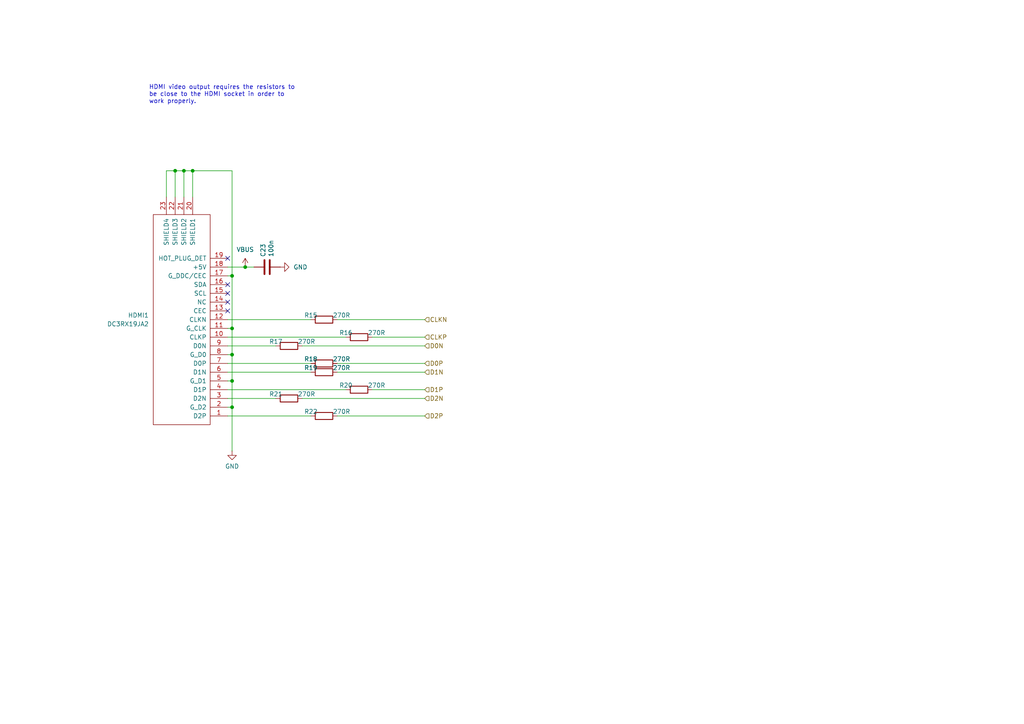
<source format=kicad_sch>
(kicad_sch (version 20231120) (generator "eeschema") (generator_version "8.0")
  (paper "A4")
  (title_block (title "VersaTerm") (date "2025-02-03") (rev "2.01") (company "Mikhail Matveev") (comment 1 "https://github.com/xtremespb/frank"))
  (lib_symbols
    (symbol "Device:C" (pin_numbers hide) (pin_names (offset 0.254))
      (property "Reference" "C" (at 0.635 2.54 0))
      (property "Value" "C" (at 0.635 -2.54 0))
      (symbol "C_0_1"
        (polyline (pts (xy -2.032 -0.762) (xy 2.032 -0.762)) (stroke (width 0.508)))
        (polyline (pts (xy -2.032 0.762) (xy 2.032 0.762)) (stroke (width 0.508)))
      )
      (symbol "C_1_1"
        (pin passive line (at 0 3.81 270) (length 2.794) (name "~") (number "1"))
        (pin passive line (at 0 -3.81 90) (length 2.794) (name "~") (number "2"))
      )
    )
    (symbol "Device:R" (pin_numbers hide) (pin_names (offset 0))
      (property "Reference" "R" (at 2.032 0 90))
      (property "Value" "R" (at 0 0 90))
      (symbol "R_0_1"
        (rectangle (start -1.016 -2.54) (end 1.016 2.54) (stroke (width 0.254)))
      )
      (symbol "R_1_1"
        (pin passive line (at 0 3.81 270) (length 1.27) (name "~") (number "1"))
        (pin passive line (at 0 -3.81 90) (length 1.27) (name "~") (number "2"))
      )
    )
    (symbol "FRANK:HDMI" (pin_names (offset 1.016))
      (property "Reference" "HDMI1" (at 12.7 -16.5101 0))
      (property "Value" "HDMI" (at 12.7 -13.9701 0))
      (symbol "HDMI_0_1"
        (rectangle (start -5.08 15.24) (end 11.43 -45.72))
      )
      (symbol "HDMI_1_1"
        (pin input line (at -10.16 12.7 0) (length 5.08) (name "D2P") (number "1"))
        (pin input line (at -10.16 -10.16 0) (length 5.08) (name "CLKP") (number "10"))
        (pin input line (at -10.16 -12.7 0) (length 5.08) (name "G_CLK") (number "11"))
        (pin input line (at -10.16 -15.24 0) (length 5.08) (name "CLKN") (number "12"))
        (pin input line (at -10.16 -17.78 0) (length 5.08) (name "CEC") (number "13"))
        (pin input line (at -10.16 -20.32 0) (length 5.08) (name "NC") (number "14"))
        (pin input line (at -10.16 -22.86 0) (length 5.08) (name "SCL") (number "15"))
        (pin input line (at -10.16 -25.4 0) (length 5.08) (name "SDA") (number "16"))
        (pin input line (at -10.16 -27.94 0) (length 5.08) (name "G_DDC/CEC") (number "17"))
        (pin input line (at -10.16 -30.48 0) (length 5.08) (name "+5V") (number "18"))
        (pin input line (at -10.16 -33.02 0) (length 5.08) (name "HOT_PLUG_DET") (number "19"))
        (pin input line (at -10.16 10.16 0) (length 5.08) (name "G_D2") (number "2"))
        (pin input line (at 0 -50.8 90) (length 5.08) (name "SHIELD1") (number "20"))
        (pin input line (at 2.54 -50.8 90) (length 5.08) (name "SHIELD2") (number "21"))
        (pin input line (at 5.08 -50.8 90) (length 5.08) (name "SHIELD3") (number "22"))
        (pin input line (at 7.62 -50.8 90) (length 5.08) (name "SHIELD4") (number "23"))
        (pin input line (at -10.16 7.62 0) (length 5.08) (name "D2N") (number "3"))
        (pin input line (at -10.16 5.08 0) (length 5.08) (name "D1P") (number "4"))
        (pin input line (at -10.16 2.54 0) (length 5.08) (name "G_D1") (number "5"))
        (pin input line (at -10.16 0 0) (length 5.08) (name "D1N") (number "6"))
        (pin input line (at -10.16 -2.54 0) (length 5.08) (name "D0P") (number "7"))
        (pin input line (at -10.16 -5.08 0) (length 5.08) (name "G_D0") (number "8"))
        (pin input line (at -10.16 -7.62 0) (length 5.08) (name "D0N") (number "9"))
      )
    )
    (symbol "GND_1" (power) (pin_numbers hide) (pin_names (offset 0) hide)
      (property "Value" "GND" (at 0 -3.81 0))
      (symbol "GND_1_0_1"
        (polyline (pts (xy 0 0) (xy 0 -1.27) (xy 1.27 -1.27) (xy 0 -2.54) (xy -1.27 -1.27) (xy 0 -1.27)))
      )
      (symbol "GND_1_1_1"
        (pin power_in line (at 0 0 270) (length 0) (name "~") (number "1"))
      )
    )
    (symbol "power:GND" (power) (pin_numbers hide) (pin_names (offset 0) hide)
      (property "Value" "GND" (at 0 -3.81 0))
      (symbol "GND_0_1"
        (polyline (pts (xy 0 0) (xy 0 -1.27) (xy 1.27 -1.27) (xy 0 -2.54) (xy -1.27 -1.27) (xy 0 -1.27)))
      )
      (symbol "GND_1_1"
        (pin power_in line (at 0 0 270) (length 0) (name "~") (number "1"))
      )
    )
    (symbol "power:VBUS" (power) (pin_numbers hide) (pin_names (offset 0) hide)
      (property "Value" "VBUS" (at 0 3.556 0))
      (symbol "VBUS_0_1"
        (polyline (pts (xy -0.762 1.27) (xy 0 2.54)))
        (polyline (pts (xy 0 0) (xy 0 2.54)))
        (polyline (pts (xy 0 2.54) (xy 0.762 1.27)))
      )
      (symbol "VBUS_1_1"
        (pin power_in line (at 0 0 90) (length 0) (name "~") (number "1"))
      )
    )
  )
  (junction (at 71.12 77.47))
  (junction (at 67.31 110.49))
  (junction (at 50.8 49.53))
  (junction (at 67.31 80.01))
  (junction (at 67.31 95.25))
  (junction (at 67.31 118.11))
  (junction (at 55.88 49.53))
  (junction (at 67.31 102.87))
  (junction (at 53.34 49.53))
  (no_connect (at 66.04 90.17))
  (no_connect (at 66.04 85.09))
  (no_connect (at 66.04 87.63))
  (no_connect (at 66.04 74.93))
  (no_connect (at 66.04 82.55))
  (wire (pts (xy 66.04 95.25) (xy 67.31 95.25)))
  (wire (pts (xy 67.31 110.49) (xy 67.31 118.11)))
  (wire (pts (xy 66.04 105.41) (xy 90.17 105.41)))
  (wire (pts (xy 87.63 115.57) (xy 123.19 115.57)))
  (wire (pts (xy 66.04 120.65) (xy 90.17 120.65)))
  (wire (pts (xy 66.04 102.87) (xy 67.31 102.87)))
  (wire (pts (xy 67.31 49.53) (xy 55.88 49.53)))
  (wire (pts (xy 53.34 49.53) (xy 53.34 57.15)))
  (wire (pts (xy 87.63 100.33) (xy 123.19 100.33)))
  (wire (pts (xy 55.88 49.53) (xy 53.34 49.53)))
  (wire (pts (xy 107.95 113.03) (xy 123.19 113.03)))
  (wire (pts (xy 67.31 102.87) (xy 67.31 110.49)))
  (wire (pts (xy 67.31 95.25) (xy 67.31 102.87)))
  (wire (pts (xy 97.79 107.95) (xy 123.19 107.95)))
  (wire (pts (xy 50.8 49.53) (xy 50.8 57.15)))
  (wire (pts (xy 66.04 92.71) (xy 90.17 92.71)))
  (wire (pts (xy 66.04 77.47) (xy 71.12 77.47)))
  (wire (pts (xy 66.04 113.03) (xy 100.33 113.03)))
  (wire (pts (xy 66.04 118.11) (xy 67.31 118.11)))
  (wire (pts (xy 67.31 118.11) (xy 67.31 130.81)))
  (wire (pts (xy 97.79 92.71) (xy 123.19 92.71)))
  (wire (pts (xy 97.79 105.41) (xy 123.19 105.41)))
  (wire (pts (xy 67.31 95.25) (xy 67.31 80.01)))
  (wire (pts (xy 50.8 49.53) (xy 48.26 49.53)))
  (wire (pts (xy 66.04 110.49) (xy 67.31 110.49)))
  (wire (pts (xy 66.04 80.01) (xy 67.31 80.01)))
  (wire (pts (xy 66.04 97.79) (xy 100.33 97.79)))
  (wire (pts (xy 67.31 80.01) (xy 67.31 49.53)))
  (wire (pts (xy 71.12 77.47) (xy 73.66 77.47)))
  (wire (pts (xy 107.95 97.79) (xy 123.19 97.79)))
  (wire (pts (xy 66.04 115.57) (xy 80.01 115.57)))
  (wire (pts (xy 53.34 49.53) (xy 50.8 49.53)))
  (wire (pts (xy 66.04 107.95) (xy 90.17 107.95)))
  (wire (pts (xy 48.26 49.53) (xy 48.26 57.15)))
  (wire (pts (xy 55.88 49.53) (xy 55.88 57.15)))
  (wire (pts (xy 97.79 120.65) (xy 123.19 120.65)))
  (wire (pts (xy 66.04 100.33) (xy 80.01 100.33)))
  (text "HDMI video output requires the resistors to\nbe close to the HDMI socket in order to\nwork properly." (at 43.18 27.432 0) (effects (font (size 1.27 1.27)) (justify left)))
  (hierarchical_label "D2P" (shape input) (at 123.19 120.65 0))
  (hierarchical_label "CLKP" (shape input) (at 123.19 97.79 0))
  (hierarchical_label "D2N" (shape input) (at 123.19 115.57 0))
  (hierarchical_label "CLKN" (shape input) (at 123.19 92.71 0))
  (hierarchical_label "D0P" (shape input) (at 123.19 105.41 0))
  (hierarchical_label "D1P" (shape input) (at 123.19 113.03 0))
  (hierarchical_label "D0N" (shape input) (at 123.19 100.33 0))
  (hierarchical_label "D1N" (shape input) (at 123.19 107.95 0))
  (symbol (lib_id "Device:R") (at 93.98 105.41 90) (unit 1)
    (property "Reference" "R18" (at 90.17 104.14 90))
    (property "Value" "270R" (at 99.06 104.14 90))
    (property "Footprint" "FRANK:Resistor (0805)" (effects (hide yes)))
    (property "Datasheet" "https://www.vishay.com/docs/28952/mcs0402at-mct0603at-mcu0805at-mca1206at.pdf" (effects (hide yes)))
    (property "AliExpress" "https://www.aliexpress.com/item/1005005945735199.html" (effects (hide yes)))
  )
  (symbol (lib_id "Device:R") (at 104.14 113.03 90) (unit 1)
    (property "Reference" "R20" (at 100.33 111.76 90))
    (property "Value" "270R" (at 109.22 111.76 90))
    (property "Footprint" "FRANK:Resistor (0805)" (effects (hide yes)))
    (property "Datasheet" "https://www.vishay.com/docs/28952/mcs0402at-mct0603at-mcu0805at-mca1206at.pdf" (effects (hide yes)))
    (property "AliExpress" "https://www.aliexpress.com/item/1005005945735199.html" (effects (hide yes)))
  )
  (symbol (lib_id "Device:R") (at 93.98 92.71 90) (unit 1)
    (property "Reference" "R15" (at 90.17 91.44 90))
    (property "Value" "270R" (at 99.06 91.44 90))
    (property "Footprint" "FRANK:Resistor (0805)" (effects (hide yes)))
    (property "Datasheet" "https://www.vishay.com/docs/28952/mcs0402at-mct0603at-mcu0805at-mca1206at.pdf" (effects (hide yes)))
    (property "AliExpress" "https://www.aliexpress.com/item/1005005945735199.html" (effects (hide yes)))
  )
  (symbol (lib_id "power:VBUS") (at 71.12 77.47 0) (unit 1)
    (property "Reference" "#PWR041" (effects (hide yes)))
    (property "Value" "VBUS" (at 71.12 72.39 0))
    (property "Description" "Power symbol creates a global label with name \"VBUS\"" (effects (hide yes)))
  )
  (symbol (lib_id "Device:R") (at 93.98 107.95 90) (unit 1)
    (property "Reference" "R19" (at 90.17 106.68 90))
    (property "Value" "270R" (at 99.06 106.68 90))
    (property "Footprint" "FRANK:Resistor (0805)" (effects (hide yes)))
    (property "Datasheet" "https://www.vishay.com/docs/28952/mcs0402at-mct0603at-mcu0805at-mca1206at.pdf" (effects (hide yes)))
    (property "AliExpress" "https://www.aliexpress.com/item/1005005945735199.html" (effects (hide yes)))
  )
  (symbol (lib_id "Device:C") (at 77.47 77.47 90) (unit 1)
    (property "Reference" "C23" (at 76.3016 74.549 0) (effects (justify left)))
    (property "Value" "100n" (at 78.613 74.549 0) (effects (justify left)))
    (property "Footprint" "FRANK:Capacitor (0805)" (effects (hide yes)))
    (property "Datasheet" "https://eu.mouser.com/datasheet/2/40/KGM_X7R-3223212.pdf" (effects (hide yes)))
    (property "AliExpress" "https://www.aliexpress.com/item/33008008276.html" (effects (hide yes)))
  )
  (symbol (lib_id "Device:R") (at 83.82 100.33 90) (unit 1)
    (property "Reference" "R17" (at 80.01 99.06 90))
    (property "Value" "270R" (at 88.9 99.06 90))
    (property "Footprint" "FRANK:Resistor (0805)" (effects (hide yes)))
    (property "Datasheet" "https://www.vishay.com/docs/28952/mcs0402at-mct0603at-mcu0805at-mca1206at.pdf" (effects (hide yes)))
    (property "AliExpress" "https://www.aliexpress.com/item/1005005945735199.html" (effects (hide yes)))
  )
  (symbol (lib_id "power:GND") (at 67.31 130.81 0) (unit 1)
    (property "Reference" "#PWR043" (effects (hide yes)))
    (property "Value" "GND" (at 67.31 135.2534 0))
    (property "Description" "Power symbol creates a global label with name \"GND\" , ground" (effects (hide yes)))
  )
  (symbol (lib_name "GND_1") (lib_id "power:GND") (at 81.28 77.47 90) (unit 1)
    (property "Reference" "#PWR042" (effects (hide yes)))
    (property "Value" "GND" (at 85.09 77.4699 90) (effects (justify right)))
    (property "Description" "Power symbol creates a global label with name \"GND\" , ground" (effects (hide yes)))
  )
  (symbol (lib_id "Device:R") (at 104.14 97.79 90) (unit 1)
    (property "Reference" "R16" (at 100.33 96.52 90))
    (property "Value" "270R" (at 109.22 96.52 90))
    (property "Footprint" "FRANK:Resistor (0805)" (effects (hide yes)))
    (property "Datasheet" "https://www.vishay.com/docs/28952/mcs0402at-mct0603at-mcu0805at-mca1206at.pdf" (effects (hide yes)))
    (property "AliExpress" "https://www.aliexpress.com/item/1005005945735199.html" (effects (hide yes)))
  )
  (symbol (lib_id "FRANK:HDMI") (at 55.88 107.95 180) (unit 1)
    (property "Reference" "HDMI1" (at 43.18 91.4399 0) (effects (justify left)))
    (property "Value" "DC3RX19JA2" (at 43.18 93.9799 0) (effects (justify left)))
    (property "Footprint" "FRANK:HDMI (female)" (effects (hide yes)))
    (property "Datasheet" "https://www.mouser.com/datasheet/2/206/B_0233_2E_DC3-784461.pdf?srsltid=AfmBOopfNOwkdmYR2Zf10LYIa6wS_lfZGGRTVzb0297kvAyc-1zmhqWc" (effects (hide yes)))
    (property "AliExpress" "https://www.aliexpress.com/item/1005005248842433.html" (effects (hide yes)))
  )
  (symbol (lib_id "Device:R") (at 93.98 120.65 90) (unit 1)
    (property "Reference" "R22" (at 90.17 119.38 90))
    (property "Value" "270R" (at 99.06 119.38 90))
    (property "Footprint" "FRANK:Resistor (0805)" (effects (hide yes)))
    (property "Datasheet" "https://www.vishay.com/docs/28952/mcs0402at-mct0603at-mcu0805at-mca1206at.pdf" (effects (hide yes)))
    (property "AliExpress" "https://www.aliexpress.com/item/1005005945735199.html" (effects (hide yes)))
  )
  (symbol (lib_id "Device:R") (at 83.82 115.57 90) (unit 1)
    (property "Reference" "R21" (at 80.01 114.3 90))
    (property "Value" "270R" (at 88.9 114.3 90))
    (property "Footprint" "FRANK:Resistor (0805)" (effects (hide yes)))
    (property "Datasheet" "https://www.vishay.com/docs/28952/mcs0402at-mct0603at-mcu0805at-mca1206at.pdf" (effects (hide yes)))
    (property "AliExpress" "https://www.aliexpress.com/item/1005005945735199.html" (effects (hide yes)))
  )
)
</source>
